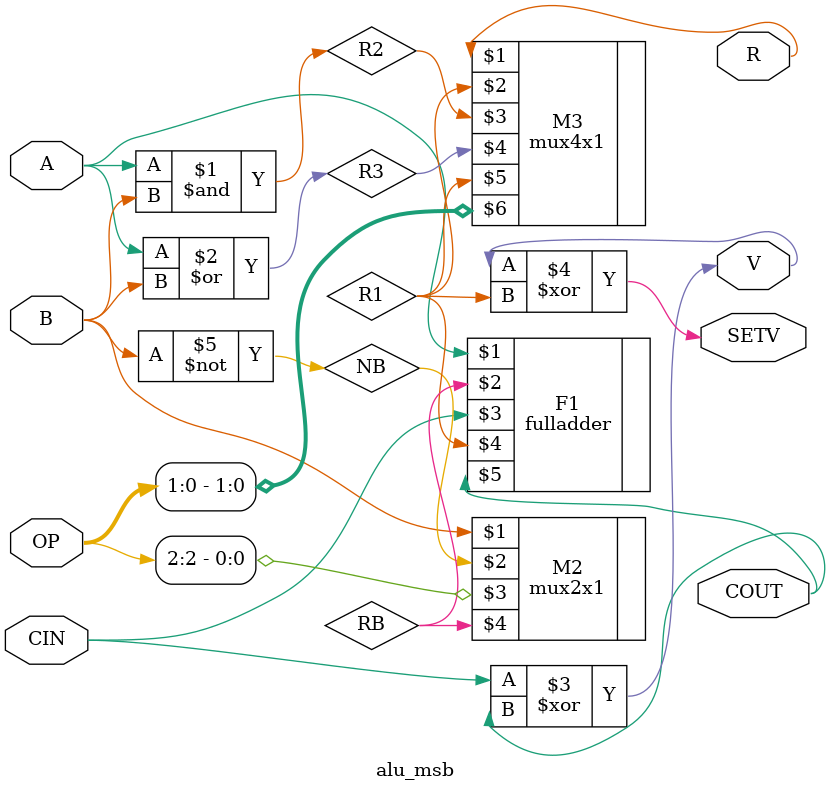
<source format=v>
`timescale 1ns / 1ps
module alu_msb (R, COUT, V, SETV, A, B, CIN, OP);
	output R, COUT, V, SETV;
	input A, B, CIN; 
	input [3:0] OP;
	
	wire R1, R2, R3;
	wire NA, NB; //used for not gate
	wire RA, RB; //used for the result of the mux

	//not N1(NA, A);
	not N2(NB, B);
	
	//mux2x1 M1(A, NA, OP[2], RA);
	mux2x1 M2(B, NB, OP[2], RB);
	
	and (R2, A, B); 
	or (R3, A, B);

	fulladder F1(A, RB, CIN, R1, COUT);
	
	mux4x1 M3(R, R1, R2, R3, R1, OP[1:0]);
	
	xor X1(V,CIN, COUT);
	xor X2(SETV, V, R1); 
	
endmodule 
	
	
	
	
	

</source>
